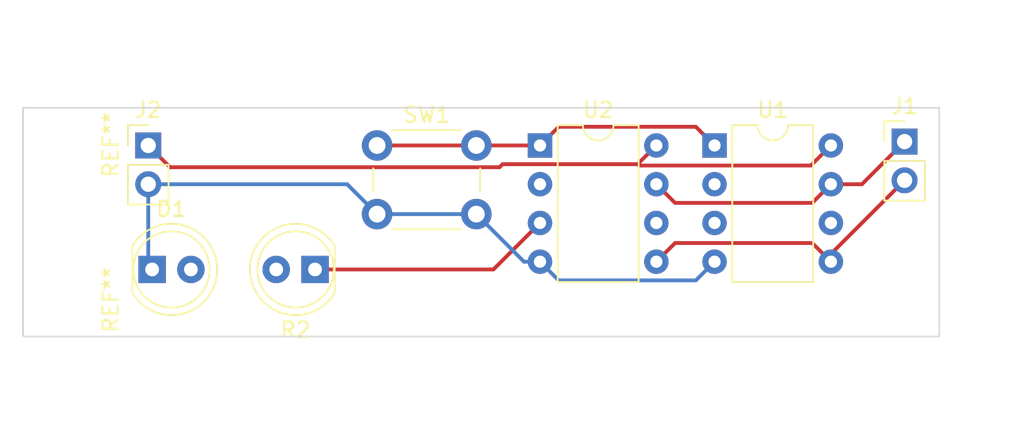
<source format=kicad_pcb>
(kicad_pcb (version 20221018) (generator pcbnew)
  (layers (0 "F.Cu" signal) (31 "B.Cu" signal) (34 "B.Paste" user) (35 "F.Paste" user) (36 "B.SilkS" user "B.Silkscreen") (37 "F.SilkS" user "F.Silkscreen") (38 "B.Mask" user) (39 "F.Mask" user) (44 "Edge.Cuts" user))
  (net 0 "")
  (net 1 "Net-(J1-Pin_1)")
  (net 2 "Net-(J1-Pin_2)")
  (net 3 "Net-(D1-A)")
  (net 6 "GND")
  (net 8 "VCC")
  (net 9 "Net-(U2-D4(A2){slash}ADC2{slash}PB4)")
  (net 10 "Net-(R2-Pad2)")
  (net 11 "Net-(U1-D5(A0){slash}ADC0{slash}PB5{slash}~{RESET})")
  (net 13 "Net-(U2-D3(A3){slash}ADC3{slash}PB3)")
  (footprint "Package_DIP:DIP-8_W7.62mm" (layer "F.Cu") (at 151.892 96.012)
    (fp_text reference "U2" (at 3.81 -2.33) (layer "F.SilkS"))
    (fp_text value "ATtiny85-8P")
    (fp_line (start 1.16 -1.33) (end 1.16 8.95) (stroke (width 0.12)) (layer "F.SilkS"))
    (fp_line (start 1.16 8.95) (end 6.46 8.95) (stroke (width 0.12)) (layer "F.SilkS"))
    (fp_line (start 2.81 -1.33) (end 1.16 -1.33) (stroke (width 0.12)) (layer "F.SilkS"))
    (fp_line (start 6.46 -1.33) (end 4.81 -1.33) (stroke (width 0.12)) (layer "F.SilkS"))
    (fp_line (start 6.46 8.95) (end 6.46 -1.33) (stroke (width 0.12)) (layer "F.SilkS"))
    (fp_arc (start 4.81 -1.33) (mid 3.81 -0.33) (end 2.81 -1.33) (stroke (width 0.12)) (layer "F.SilkS"))
    (pad "1" thru_hole rect (at 0 0) (size 1.6 1.6) (drill 0.8) (layers "*.Cu" "*.Mask") (net 11 "Net-(U1-D5(A0){slash}ADC0{slash}PB5{slash}~{RESET})"))
    (pad "2" thru_hole oval (at 0 2.54) (size 1.6 1.6) (drill 0.8) (layers "*.Cu" "*.Mask") (net 13 "Net-(U2-D3(A3){slash}ADC3{slash}PB3)"))
    (pad "3" thru_hole oval (at 0 5.08) (size 1.6 1.6) (drill 0.8) (layers "*.Cu" "*.Mask") (net 9 "Net-(U2-D4(A2){slash}ADC2{slash}PB4)"))
    (pad "4" thru_hole oval (at 0 7.62) (size 1.6 1.6) (drill 0.8) (layers "*.Cu" "*.Mask") (net 6 "GND"))
    (pad "5" thru_hole oval (at 7.62 7.62) (size 1.6 1.6) (drill 0.8) (layers "*.Cu" "*.Mask") (net 2 "Net-(J1-Pin_2)"))
    (pad "6" thru_hole oval (at 7.62 5.08) (size 1.6 1.6) (drill 0.8) (layers "*.Cu" "*.Mask"))
    (pad "7" thru_hole oval (at 7.62 2.54) (size 1.6 1.6) (drill 0.8) (layers "*.Cu" "*.Mask") (net 1 "Net-(J1-Pin_1)"))
    (pad "8" thru_hole oval (at 7.62 0) (size 1.6 1.6) (drill 0.8) (layers "*.Cu" "*.Mask") (net 8 "VCC"))
  )
  (footprint "MountingHole:MountingHole_2.2mm_M2" (layer "F.Cu") (at 120.579 95.957 -90)
    (fp_text reference "REF**" (at 0 -3.2 90) (layer "F.SilkS"))
    (fp_text value "MountingHole_2.2mm_M2")
    (pad "" np_thru_hole circle (at 0 0 270) (size 2.2 2.2) (drill 2.2) (layers "*.Cu" "*.Mask"))
  )
  (footprint "Connector_PinHeader_2.54mm:PinHeader_1x02_P2.54mm_Vertical" (layer "F.Cu") (at 175.768 95.758)
    (fp_text reference "J1" (at 0 -2.33) (layer "F.SilkS"))
    (fp_text value "I2C_Conn_01x02_Pin")
    (fp_line (start -1.33 -1.33) (end 0 -1.33) (stroke (width 0.12)) (layer "F.SilkS"))
    (fp_line (start -1.33 0) (end -1.33 -1.33) (stroke (width 0.12)) (layer "F.SilkS"))
    (fp_line (start -1.33 1.27) (end -1.33 3.87) (stroke (width 0.12)) (layer "F.SilkS"))
    (fp_line (start -1.33 1.27) (end 1.33 1.27) (stroke (width 0.12)) (layer "F.SilkS"))
    (fp_line (start -1.33 3.87) (end 1.33 3.87) (stroke (width 0.12)) (layer "F.SilkS"))
    (fp_line (start 1.33 1.27) (end 1.33 3.87) (stroke (width 0.12)) (layer "F.SilkS"))
    (pad "1" thru_hole rect (at 0 0) (size 1.7 1.7) (drill 1) (layers "*.Cu" "*.Mask") (net 1 "Net-(J1-Pin_1)"))
    (pad "2" thru_hole oval (at 0 2.54) (size 1.7 1.7) (drill 1) (layers "*.Cu" "*.Mask") (net 2 "Net-(J1-Pin_2)"))
  )
  (footprint "LED_THT:LED_D5.0mm" (layer "F.Cu") (at 126.492 104.14)
    (fp_text reference "D1" (at 1.27 -3.96) (layer "F.SilkS"))
    (fp_text value "LED")
    (fp_line (start -1.29 -1.545) (end -1.29 1.545) (stroke (width 0.12)) (layer "F.SilkS"))
    (fp_arc (start -1.29 -1.54483) (mid 2.072002 -2.880433) (end 4.26 0.000462) (stroke (width 0.12)) (layer "F.SilkS"))
    (fp_arc (start 4.26 -0.000462) (mid 2.072002 2.880433) (end -1.29 1.54483) (stroke (width 0.12)) (layer "F.SilkS"))
    (fp_circle (center 1.27 0) (end 3.77 0) (stroke (width 0.12)) (fill none) (layer "F.SilkS"))
    (pad "1" thru_hole rect (at 0 0) (size 1.8 1.8) (drill 0.9) (layers "*.Cu" "*.Mask") (net 6 "GND"))
    (pad "2" thru_hole circle (at 2.54 0) (size 1.8 1.8) (drill 0.9) (layers "*.Cu" "*.Mask") (net 3 "Net-(D1-A)"))
  )
  (footprint "MountingHole:MountingHole_2.2mm_M2" (layer "F.Cu") (at 120.579 106.117 -90)
    (fp_text reference "REF**" (at 0 -3.2 90) (layer "F.SilkS"))
    (fp_text value "MountingHole_2.2mm_M2")
    (pad "" np_thru_hole circle (at 0 0 270) (size 2.2 2.2) (drill 2.2) (layers "F&B.Cu" "*.Mask"))
  )
  (footprint "Connector_PinHeader_2.54mm:PinHeader_1x02_P2.54mm_Vertical" (layer "F.Cu") (at 126.238 96.012)
    (fp_text reference "J2" (at 0 -2.33) (layer "F.SilkS"))
    (fp_text value "PWR_Conn_01x02_Pin")
    (fp_line (start -1.33 -1.33) (end 0 -1.33) (stroke (width 0.12)) (layer "F.SilkS"))
    (fp_line (start -1.33 0) (end -1.33 -1.33) (stroke (width 0.12)) (layer "F.SilkS"))
    (fp_line (start -1.33 1.27) (end -1.33 3.87) (stroke (width 0.12)) (layer "F.SilkS"))
    (fp_line (start -1.33 1.27) (end 1.33 1.27) (stroke (width 0.12)) (layer "F.SilkS"))
    (fp_line (start -1.33 3.87) (end 1.33 3.87) (stroke (width 0.12)) (layer "F.SilkS"))
    (fp_line (start 1.33 1.27) (end 1.33 3.87) (stroke (width 0.12)) (layer "F.SilkS"))
    (pad "1" thru_hole rect (at 0 0) (size 1.7 1.7) (drill 1) (layers "*.Cu" "*.Mask") (net 8 "VCC"))
    (pad "2" thru_hole oval (at 0 2.54) (size 1.7 1.7) (drill 1) (layers "*.Cu" "*.Mask") (net 6 "GND"))
  )
  (footprint "Button_Switch_THT:SW_PUSH_6mm_H5mm" (layer "F.Cu") (at 141.224 96.012)
    (fp_text reference "SW1" (at 3.25 -2) (layer "F.SilkS"))
    (fp_text value "RESET")
    (fp_line (start -0.25 1.5) (end -0.25 3) (stroke (width 0.12)) (layer "F.SilkS"))
    (fp_line (start 1 5.5) (end 5.5 5.5) (stroke (width 0.12)) (layer "F.SilkS"))
    (fp_line (start 5.5 -1) (end 1 -1) (stroke (width 0.12)) (layer "F.SilkS"))
    (fp_line (start 6.75 3) (end 6.75 1.5) (stroke (width 0.12)) (layer "F.SilkS"))
    (pad "1" thru_hole circle (at 0 0 90) (size 2 2) (drill 1.1) (layers "*.Cu" "*.Mask") (net 11 "Net-(U1-D5(A0){slash}ADC0{slash}PB5{slash}~{RESET})"))
    (pad "1" thru_hole circle (at 6.5 0 90) (size 2 2) (drill 1.1) (layers "*.Cu" "*.Mask") (net 11 "Net-(U1-D5(A0){slash}ADC0{slash}PB5{slash}~{RESET})"))
    (pad "2" thru_hole circle (at 0 4.5 90) (size 2 2) (drill 1.1) (layers "*.Cu" "*.Mask") (net 6 "GND"))
    (pad "2" thru_hole circle (at 6.5 4.5 90) (size 2 2) (drill 1.1) (layers "*.Cu" "*.Mask") (net 6 "GND"))
  )
  (footprint "Package_DIP:DIP-8_W7.62mm" (layer "F.Cu") (at 163.322 96.012)
    (fp_text reference "U1" (at 3.81 -2.33) (layer "F.SilkS"))
    (fp_text value "ATtiny85-8P")
    (fp_line (start 1.16 -1.33) (end 1.16 8.95) (stroke (width 0.12)) (layer "F.SilkS"))
    (fp_line (start 1.16 8.95) (end 6.46 8.95) (stroke (width 0.12)) (layer "F.SilkS"))
    (fp_line (start 2.81 -1.33) (end 1.16 -1.33) (stroke (width 0.12)) (layer "F.SilkS"))
    (fp_line (start 6.46 -1.33) (end 4.81 -1.33) (stroke (width 0.12)) (layer "F.SilkS"))
    (fp_line (start 6.46 8.95) (end 6.46 -1.33) (stroke (width 0.12)) (layer "F.SilkS"))
    (fp_arc (start 4.81 -1.33) (mid 3.81 -0.33) (end 2.81 -1.33) (stroke (width 0.12)) (layer "F.SilkS"))
    (pad "1" thru_hole rect (at 0 0) (size 1.6 1.6) (drill 0.8) (layers "*.Cu" "*.Mask") (net 11 "Net-(U1-D5(A0){slash}ADC0{slash}PB5{slash}~{RESET})"))
    (pad "2" thru_hole oval (at 0 2.54) (size 1.6 1.6) (drill 0.8) (layers "*.Cu" "*.Mask"))
    (pad "3" thru_hole oval (at 0 5.08) (size 1.6 1.6) (drill 0.8) (layers "*.Cu" "*.Mask"))
    (pad "4" thru_hole oval (at 0 7.62) (size 1.6 1.6) (drill 0.8) (layers "*.Cu" "*.Mask") (net 6 "GND"))
    (pad "5" thru_hole oval (at 7.62 7.62) (size 1.6 1.6) (drill 0.8) (layers "*.Cu" "*.Mask") (net 2 "Net-(J1-Pin_2)"))
    (pad "6" thru_hole oval (at 7.62 5.08) (size 1.6 1.6) (drill 0.8) (layers "*.Cu" "*.Mask"))
    (pad "7" thru_hole oval (at 7.62 2.54) (size 1.6 1.6) (drill 0.8) (layers "*.Cu" "*.Mask") (net 1 "Net-(J1-Pin_1)"))
    (pad "8" thru_hole oval (at 7.62 0) (size 1.6 1.6) (drill 0.8) (layers "*.Cu" "*.Mask") (net 8 "VCC"))
  )
  (footprint "LED_THT:LED_D5.0mm" (layer "F.Cu") (at 137.16 104.14 180)
    (fp_text reference "R2" (at 1.27 -3.96) (layer "F.SilkS"))
    (fp_text value "R_Photo")
    (fp_line (start -1.29 -1.545) (end -1.29 1.545) (stroke (width 0.12)) (layer "F.SilkS"))
    (fp_arc (start -1.29 -1.54483) (mid 2.072002 -2.880433) (end 4.26 0.000462) (stroke (width 0.12)) (layer "F.SilkS"))
    (fp_arc (start 4.26 -0.000462) (mid 2.072002 2.880433) (end -1.29 1.54483) (stroke (width 0.12)) (layer "F.SilkS"))
    (fp_circle (center 1.27 0) (end 3.77 0) (stroke (width 0.12)) (fill none) (layer "F.SilkS"))
    (pad "1" thru_hole rect (at 0 0 180) (size 1.8 1.8) (drill 0.9) (layers "*.Cu" "*.Mask") (net 9 "Net-(U2-D4(A2){slash}ADC2{slash}PB4)"))
    (pad "2" thru_hole circle (at 2.54 0 180) (size 1.8 1.8) (drill 0.9) (layers "*.Cu" "*.Mask") (net 10 "Net-(R2-Pad2)"))
  )
  (gr_rect locked (start 118.039 93.537) (end 178.039 108.537) (stroke (width 0.1)) (fill none) (layer "Edge.Cuts"))
  (segment (start 170.942 98.552) (end 172.974 98.552) (width 0.25) (layer "F.Cu") (net 1))
  (segment (start 172.974 98.552) (end 175.768 95.758) (width 0.25) (layer "F.Cu") (net 1))
  (segment (start 159.512 98.552) (end 160.737 99.777) (width 0.25) (layer "F.Cu") (net 1))
  (segment (start 160.737 99.777) (end 169.717 99.777) (width 0.25) (layer "F.Cu") (net 1))
  (segment (start 169.717 99.777) (end 170.942 98.552) (width 0.25) (layer "F.Cu") (net 1))
  (segment (start 170.942 103.124) (end 170.942 103.632) (width 0.25) (layer "F.Cu") (net 2))
  (segment (start 169.717 102.407) (end 160.737 102.407) (width 0.25) (layer "F.Cu") (net 2))
  (segment (start 175.768 98.298) (end 170.942 103.124) (width 0.25) (layer "F.Cu") (net 2))
  (segment (start 160.737 102.407) (end 159.512 103.632) (width 0.25) (layer "F.Cu") (net 2))
  (segment (start 170.942 103.632) (end 169.717 102.407) (width 0.25) (layer "F.Cu") (net 2))
  (segment (start 139.264 98.552) (end 141.224 100.512) (width 0.25) (layer "B.Cu") (net 6))
  (segment (start 126.238 98.552) (end 126.238 103.886) (width 0.25) (layer "B.Cu") (net 6))
  (segment (start 162.097 104.857) (end 163.322 103.632) (width 0.25) (layer "B.Cu") (net 6))
  (segment (start 153.117 104.857) (end 162.097 104.857) (width 0.25) (layer "B.Cu") (net 6))
  (segment (start 147.724 100.512) (end 150.844 103.632) (width 0.25) (layer "B.Cu") (net 6))
  (segment (start 141.224 100.512) (end 147.724 100.512) (width 0.25) (layer "B.Cu") (net 6))
  (segment (start 151.892 103.632) (end 153.117 104.857) (width 0.25) (layer "B.Cu") (net 6))
  (segment (start 126.238 103.886) (end 126.492 104.14) (width 0.25) (layer "B.Cu") (net 6))
  (segment (start 150.844 103.632) (end 151.892 103.632) (width 0.25) (layer "B.Cu") (net 6))
  (segment (start 126.238 98.552) (end 139.264 98.552) (width 0.25) (layer "B.Cu") (net 6))
  (segment (start 149.242 97.437) (end 149.442 97.237) (width 0.25) (layer "F.Cu") (net 8))
  (segment (start 126.238 96.012) (end 127.663 97.437) (width 0.25) (layer "F.Cu") (net 8))
  (segment (start 158.377 97.327) (end 158.287 97.237) (width 0.25) (layer "F.Cu") (net 8))
  (segment (start 127.663 97.437) (end 149.242 97.437) (width 0.25) (layer "F.Cu") (net 8))
  (segment (start 149.442 97.237) (end 158.287 97.237) (width 0.25) (layer "F.Cu") (net 8))
  (segment (start 170.942 96.012) (end 169.627 97.327) (width 0.25) (layer "F.Cu") (net 8))
  (segment (start 158.287 97.237) (end 159.512 96.012) (width 0.25) (layer "F.Cu") (net 8))
  (segment (start 169.627 97.327) (end 158.377 97.327) (width 0.25) (layer "F.Cu") (net 8))
  (segment (start 137.16 104.14) (end 148.844 104.14) (width 0.25) (layer "F.Cu") (net 9))
  (segment (start 148.844 104.14) (end 151.892 101.092) (width 0.25) (layer "F.Cu") (net 9))
  (segment (start 147.724 96.012) (end 141.224 96.012) (width 0.25) (layer "F.Cu") (net 11))
  (segment (start 153.117 94.787) (end 151.892 96.012) (width 0.25) (layer "F.Cu") (net 11))
  (segment (start 163.322 96.012) (end 162.097 94.787) (width 0.25) (layer "F.Cu") (net 11))
  (segment (start 162.097 94.787) (end 153.117 94.787) (width 0.25) (layer "F.Cu") (net 11))
  (segment (start 151.892 96.012) (end 147.724 96.012) (width 0.25) (layer "F.Cu") (net 11))
)
</source>
